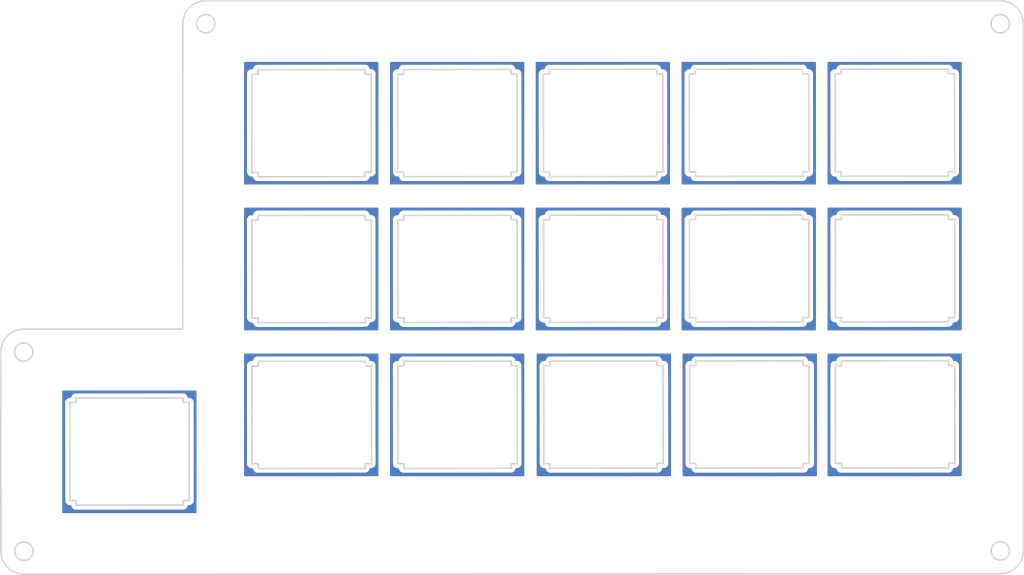
<source format=kicad_pcb>
(kicad_pcb (version 20171130) (host pcbnew "(5.1.4)-1")
  (layers (0 F.Cu signal) (31 B.Cu signal) (34 B.Paste user) (35 F.Paste user) (36 B.SilkS user) (37 F.SilkS user) (38 B.Mask user) (39 F.Mask user) (44 Edge.Cuts user))
  (net 0 "")
  (gr_circle (center 149.441086 53.048579) (end 150.641086 53.048579) (layer Edge.Cuts) (width 0.2))
  (gr_circle (center 45.659563 53.048579) (end 46.859563 53.048579) (layer Edge.Cuts) (width 0.2))
  (gr_circle (center 149.440632 121.897763) (end 150.640632 121.897763) (layer Edge.Cuts) (width 0.2))
  (gr_circle (center 21.906629 121.945135) (end 23.106629 121.945135) (layer Edge.Cuts) (width 0.2))
  (gr_circle (center 21.881825 95.934335) (end 23.081825 95.934335) (layer Edge.Cuts) (width 0.2))
  (gr_arc (start 45.659563 53.048579) (end 45.659563 50.048579) (angle -89.97986978) (layer Edge.Cuts) (width 0.2))
  (gr_arc (start 149.441086 53.048579) (end 152.441086 53.048599) (angle -90.00037828) (layer Edge.Cuts) (width 0.2))
  (gr_arc (start 149.440632 121.897763) (end 149.441746 124.897763) (angle -89.97833971) (layer Edge.Cuts) (width 0.2))
  (gr_arc (start 21.906629 121.945135) (end 18.906631 121.947995) (angle -89.96664503) (layer Edge.Cuts) (width 0.2))
  (gr_arc (start 21.881825 95.934335) (end 21.881825 92.934335) (angle -90.05463698) (layer Edge.Cuts) (width 0.2))
  (gr_line (start 18.881827 95.937196) (end 18.906631 121.947995) (layer Edge.Cuts) (width 0.2))
  (gr_line (start 21.907744 124.945134) (end 149.441746 124.897763) (layer Edge.Cuts) (width 0.2))
  (gr_line (start 152.441086 53.048599) (end 152.440632 121.897783) (layer Edge.Cuts) (width 0.2))
  (gr_line (start 45.659563 50.048579) (end 149.441086 50.048579) (layer Edge.Cuts) (width 0.2))
  (gr_line (start 42.64555 92.934335) (end 42.659563 53.047525) (layer Edge.Cuts) (width 0.2))
  (gr_line (start 21.881825 92.934335) (end 42.64555 92.934335) (layer Edge.Cuts) (width 0.2))
  (gr_line (start 142.661526 58.967541) (end 142.662729 59.566627) (layer Edge.Cuts) (width 0.2))
  (gr_line (start 128.661982 58.979392) (end 142.661526 58.967541) (layer Edge.Cuts) (width 0.2))
  (gr_line (start 128.662721 59.580216) (end 128.661982 58.979392) (layer Edge.Cuts) (width 0.2))
  (gr_line (start 127.862466 59.580496) (end 128.662721 59.580216) (layer Edge.Cuts) (width 0.2))
  (gr_line (start 127.874022 72.380156) (end 127.862466 59.580496) (layer Edge.Cuts) (width 0.2))
  (gr_line (start 128.674103 72.380141) (end 127.874022 72.380156) (layer Edge.Cuts) (width 0.2))
  (gr_line (start 128.675404 72.979252) (end 128.674103 72.380141) (layer Edge.Cuts) (width 0.2))
  (gr_line (start 142.674825 72.967472) (end 128.675404 72.979252) (layer Edge.Cuts) (width 0.2))
  (gr_line (start 142.674112 72.366551) (end 142.674825 72.967472) (layer Edge.Cuts) (width 0.2))
  (gr_line (start 143.474367 72.366271) (end 142.674112 72.366551) (layer Edge.Cuts) (width 0.2))
  (gr_line (start 143.462985 59.566347) (end 143.474367 72.366271) (layer Edge.Cuts) (width 0.2))
  (gr_line (start 142.662729 59.566627) (end 143.462985 59.566347) (layer Edge.Cuts) (width 0.2))
  (gr_line (start 123.613164 58.983462) (end 123.612648 59.583951) (layer Edge.Cuts) (width 0.2))
  (gr_line (start 109.613085 58.996929) (end 123.613164 58.983462) (layer Edge.Cuts) (width 0.2))
  (gr_line (start 109.613104 59.595802) (end 109.613085 58.996929) (layer Edge.Cuts) (width 0.2))
  (gr_line (start 108.812681 59.597486) (end 109.613104 59.595802) (layer Edge.Cuts) (width 0.2))
  (gr_line (start 108.823773 72.397333) (end 108.812681 59.597486) (layer Edge.Cuts) (width 0.2))
  (gr_line (start 109.624221 72.397105) (end 108.823773 72.397333) (layer Edge.Cuts) (width 0.2))
  (gr_line (start 109.625225 72.996551) (end 109.624221 72.397105) (layer Edge.Cuts) (width 0.2))
  (gr_line (start 123.624847 72.984411) (end 109.625225 72.996551) (layer Edge.Cuts) (width 0.2))
  (gr_line (start 123.62403 72.383876) (end 123.624847 72.984411) (layer Edge.Cuts) (width 0.2))
  (gr_line (start 124.424285 72.383596) (end 123.62403 72.383876) (layer Edge.Cuts) (width 0.2))
  (gr_line (start 124.412806 59.583646) (end 124.424285 72.383596) (layer Edge.Cuts) (width 0.2))
  (gr_line (start 123.612648 59.583951) (end 124.412806 59.583646) (layer Edge.Cuts) (width 0.2))
  (gr_line (start 104.562625 59.002114) (end 104.562669 59.60089) (layer Edge.Cuts) (width 0.2))
  (gr_line (start 90.563081 59.013964) (end 104.562625 59.002114) (layer Edge.Cuts) (width 0.2))
  (gr_line (start 90.562661 59.614479) (end 90.563081 59.013964) (layer Edge.Cuts) (width 0.2))
  (gr_line (start 89.762213 59.614707) (end 90.562661 59.614479) (layer Edge.Cuts) (width 0.2))
  (gr_line (start 89.773691 72.414658) (end 89.762213 59.614707) (layer Edge.Cuts) (width 0.2))
  (gr_line (start 90.57385 72.414352) (end 89.773691 72.414658) (layer Edge.Cuts) (width 0.2))
  (gr_line (start 90.575247 73.013489) (end 90.57385 72.414352) (layer Edge.Cuts) (width 0.2))
  (gr_line (start 104.574765 73.001735) (end 90.575247 73.013489) (layer Edge.Cuts) (width 0.2))
  (gr_line (start 104.573858 72.400763) (end 104.574765 73.001735) (layer Edge.Cuts) (width 0.2))
  (gr_line (start 105.37421 72.400509) (end 104.573858 72.400763) (layer Edge.Cuts) (width 0.2))
  (gr_line (start 105.362731 59.600558) (end 105.37421 72.400509) (layer Edge.Cuts) (width 0.2))
  (gr_line (start 104.562669 59.60089) (end 105.362731 59.600558) (layer Edge.Cuts) (width 0.2))
  (gr_line (start 85.513008 59.0177) (end 85.512588 59.618215) (layer Edge.Cuts) (width 0.2))
  (gr_line (start 71.513025 59.031192) (end 85.513008 59.0177) (layer Edge.Cuts) (width 0.2))
  (gr_line (start 71.513044 59.630065) (end 71.513025 59.031192) (layer Edge.Cuts) (width 0.2))
  (gr_line (start 70.712595 59.630293) (end 71.513044 59.630065) (layer Edge.Cuts) (width 0.2))
  (gr_line (start 70.72381 72.431622) (end 70.712595 59.630293) (layer Edge.Cuts) (width 0.2))
  (gr_line (start 71.524233 72.429938) (end 70.72381 72.431622) (layer Edge.Cuts) (width 0.2))
  (gr_line (start 71.525165 73.030814) (end 71.524233 72.429938) (layer Edge.Cuts) (width 0.2))
  (gr_line (start 85.525148 73.017321) (end 71.525165 73.030814) (layer Edge.Cuts) (width 0.2))
  (gr_line (start 85.523777 72.418087) (end 85.525148 73.017321) (layer Edge.Cuts) (width 0.2))
  (gr_line (start 86.324225 72.417859) (end 85.523777 72.418087) (layer Edge.Cuts) (width 0.2))
  (gr_line (start 86.31265 59.617883) (end 86.324225 72.417859) (layer Edge.Cuts) (width 0.2))
  (gr_line (start 85.512588 59.618215) (end 86.31265 59.617883) (layer Edge.Cuts) (width 0.2))
  (gr_line (start 142.678657 78.017571) (end 142.679861 78.616657) (layer Edge.Cuts) (width 0.2))
  (gr_line (start 128.679113 78.029422) (end 142.678657 78.017571) (layer Edge.Cuts) (width 0.2))
  (gr_line (start 128.679853 78.630246) (end 128.679113 78.029422) (layer Edge.Cuts) (width 0.2))
  (gr_line (start 127.879694 78.630552) (end 128.679853 78.630246) (layer Edge.Cuts) (width 0.2))
  (gr_line (start 127.891076 91.430476) (end 127.879694 78.630552) (layer Edge.Cuts) (width 0.2))
  (gr_line (start 128.691235 91.430171) (end 127.891076 91.430476) (layer Edge.Cuts) (width 0.2))
  (gr_line (start 128.691183 92.028921) (end 128.691235 91.430171) (layer Edge.Cuts) (width 0.2))
  (gr_line (start 142.692024 92.01752) (end 128.691183 92.028921) (layer Edge.Cuts) (width 0.2))
  (gr_line (start 142.691291 91.416594) (end 142.692024 92.01752) (layer Edge.Cuts) (width 0.2))
  (gr_line (start 143.491527 91.416309) (end 142.691291 91.416594) (layer Edge.Cuts) (width 0.2))
  (gr_line (start 143.480155 78.616387) (end 143.491527 91.416309) (layer Edge.Cuts) (width 0.2))
  (gr_line (start 142.679861 78.616657) (end 143.480155 78.616387) (layer Edge.Cuts) (width 0.2))
  (gr_line (start 66.462565 59.036377) (end 66.462609 59.635153) (layer Edge.Cuts) (width 0.2))
  (gr_line (start 52.461862 59.047918) (end 66.462565 59.036377) (layer Edge.Cuts) (width 0.2))
  (gr_line (start 52.463252 59.647467) (end 52.461862 59.047918) (layer Edge.Cuts) (width 0.2))
  (gr_line (start 51.661766 59.648867) (end 52.463252 59.647467) (layer Edge.Cuts) (width 0.2))
  (gr_line (start 51.673342 72.448843) (end 51.661766 59.648867) (layer Edge.Cuts) (width 0.2))
  (gr_line (start 52.47379 72.448615) (end 51.673342 72.448843) (layer Edge.Cuts) (width 0.2))
  (gr_line (start 52.475187 73.047752) (end 52.47379 72.448615) (layer Edge.Cuts) (width 0.2))
  (gr_line (start 66.474705 73.035998) (end 52.475187 73.047752) (layer Edge.Cuts) (width 0.2))
  (gr_line (start 66.473798 72.435026) (end 66.474705 73.035998) (layer Edge.Cuts) (width 0.2))
  (gr_line (start 67.274247 72.434797) (end 66.473798 72.435026) (layer Edge.Cuts) (width 0.2))
  (gr_line (start 67.262929 59.633855) (end 67.274247 72.434797) (layer Edge.Cuts) (width 0.2))
  (gr_line (start 66.462609 59.635153) (end 67.262929 59.633855) (layer Edge.Cuts) (width 0.2))
  (gr_line (start 123.62904 78.033157) (end 123.629779 78.633982) (layer Edge.Cuts) (width 0.2))
  (gr_line (start 109.628961 78.046624) (end 123.62904 78.033157) (layer Edge.Cuts) (width 0.2))
  (gr_line (start 109.630429 78.645883) (end 109.628961 78.046624) (layer Edge.Cuts) (width 0.2))
  (gr_line (start 108.829619 78.647464) (end 109.630429 78.645883) (layer Edge.Cuts) (width 0.2))
  (gr_line (start 108.841098 91.447414) (end 108.829619 78.647464) (layer Edge.Cuts) (width 0.2))
  (gr_line (start 109.64116 91.447083) (end 108.841098 91.447414) (layer Edge.Cuts) (width 0.2))
  (gr_line (start 109.642189 92.047985) (end 109.64116 91.447083) (layer Edge.Cuts) (width 0.2))
  (gr_line (start 123.640626 92.034079) (end 109.642189 92.047985) (layer Edge.Cuts) (width 0.2))
  (gr_line (start 123.6408 91.435259) (end 123.640626 92.034079) (layer Edge.Cuts) (width 0.2))
  (gr_line (start 124.441417 91.433626) (end 123.6408 91.435259) (layer Edge.Cuts) (width 0.2))
  (gr_line (start 124.430034 78.633702) (end 124.441417 91.433626) (layer Edge.Cuts) (width 0.2))
  (gr_line (start 123.629779 78.633982) (end 124.430034 78.633702) (layer Edge.Cuts) (width 0.2))
  (gr_line (start 104.5785 78.051809) (end 104.579504 78.651255) (layer Edge.Cuts) (width 0.2))
  (gr_line (start 90.578982 78.063562) (end 104.5785 78.051809) (layer Edge.Cuts) (width 0.2))
  (gr_line (start 90.579599 78.664458) (end 90.578982 78.063562) (layer Edge.Cuts) (width 0.2))
  (gr_line (start 89.779537 78.664789) (end 90.579599 78.664458) (layer Edge.Cuts) (width 0.2))
  (gr_line (start 89.792369 91.4651) (end 89.779537 78.664789) (layer Edge.Cuts) (width 0.2))
  (gr_line (start 90.591175 91.464434) (end 89.792369 91.4651) (layer Edge.Cuts) (width 0.2))
  (gr_line (start 90.592185 92.063467) (end 90.591175 91.464434) (layer Edge.Cuts) (width 0.2))
  (gr_line (start 104.591703 92.051714) (end 90.592185 92.063467) (layer Edge.Cuts) (width 0.2))
  (gr_line (start 104.591086 91.450818) (end 104.591703 92.051714) (layer Edge.Cuts) (width 0.2))
  (gr_line (start 105.391245 91.450513) (end 104.591086 91.450818) (layer Edge.Cuts) (width 0.2))
  (gr_line (start 105.379953 78.651027) (end 105.391245 91.450513) (layer Edge.Cuts) (width 0.2))
  (gr_line (start 104.579504 78.651255) (end 105.379953 78.651027) (layer Edge.Cuts) (width 0.2))
  (gr_line (start 85.528806 78.067684) (end 85.530879 78.668554) (layer Edge.Cuts) (width 0.2))
  (gr_line (start 71.528997 78.080913) (end 85.528806 78.067684) (layer Edge.Cuts) (width 0.2))
  (gr_line (start 71.529905 78.680333) (end 71.528997 78.080913) (layer Edge.Cuts) (width 0.2))
  (gr_line (start 70.729817 78.680761) (end 71.529905 78.680333) (layer Edge.Cuts) (width 0.2))
  (gr_line (start 70.740748 91.4816) (end 70.729817 78.680761) (layer Edge.Cuts) (width 0.2))
  (gr_line (start 71.541557 91.480019) (end 70.740748 91.4816) (layer Edge.Cuts) (width 0.2))
  (gr_line (start 71.542104 92.080792) (end 71.541557 91.480019) (layer Edge.Cuts) (width 0.2))
  (gr_line (start 85.541725 92.068652) (end 71.542104 92.080792) (layer Edge.Cuts) (width 0.2))
  (gr_line (start 85.541005 91.468143) (end 85.541725 92.068652) (layer Edge.Cuts) (width 0.2))
  (gr_line (start 86.341163 91.467838) (end 85.541005 91.468143) (layer Edge.Cuts) (width 0.2))
  (gr_line (start 86.329974 78.667965) (end 86.341163 91.467838) (layer Edge.Cuts) (width 0.2))
  (gr_line (start 85.530879 78.668554) (end 86.329974 78.667965) (layer Edge.Cuts) (width 0.2))
  (gr_line (start 142.695827 97.067612) (end 142.696947 97.667089) (layer Edge.Cuts) (width 0.2))
  (gr_line (start 128.696367 97.079381) (end 142.695827 97.067612) (layer Edge.Cuts) (width 0.2))
  (gr_line (start 128.697081 97.680302) (end 128.696367 97.079381) (layer Edge.Cuts) (width 0.2))
  (gr_line (start 127.896825 97.680582) (end 128.697081 97.680302) (layer Edge.Cuts) (width 0.2))
  (gr_line (start 127.908233 110.48041) (end 127.896825 97.680582) (layer Edge.Cuts) (width 0.2))
  (gr_line (start 128.708489 110.48013) (end 127.908233 110.48041) (layer Edge.Cuts) (width 0.2))
  (gr_line (start 128.709615 111.079505) (end 128.708489 110.48013) (layer Edge.Cuts) (width 0.2))
  (gr_line (start 142.709191 111.067456) (end 128.709615 111.079505) (layer Edge.Cuts) (width 0.2))
  (gr_line (start 142.708442 110.466629) (end 142.709191 111.067456) (layer Edge.Cuts) (width 0.2))
  (gr_line (start 143.508668 110.466342) (end 142.708442 110.466629) (layer Edge.Cuts) (width 0.2))
  (gr_line (start 143.495876 97.666351) (end 143.508668 110.466342) (layer Edge.Cuts) (width 0.2))
  (gr_line (start 142.696947 97.667089) (end 143.495876 97.666351) (layer Edge.Cuts) (width 0.2))
  (gr_line (start 66.47844 78.086072) (end 66.479444 78.685518) (layer Edge.Cuts) (width 0.2))
  (gr_line (start 52.478916 78.098238) (end 66.47844 78.086072) (layer Edge.Cuts) (width 0.2))
  (gr_line (start 52.479539 78.698721) (end 52.478916 78.098238) (layer Edge.Cuts) (width 0.2))
  (gr_line (start 51.679477 78.699052) (end 52.479539 78.698721) (layer Edge.Cuts) (width 0.2))
  (gr_line (start 51.690666 91.498925) (end 51.679477 78.699052) (layer Edge.Cuts) (width 0.2))
  (gr_line (start 52.491115 91.498697) (end 51.690666 91.498925) (layer Edge.Cuts) (width 0.2))
  (gr_line (start 52.49217 92.097949) (end 52.491115 91.498697) (layer Edge.Cuts) (width 0.2))
  (gr_line (start 66.491643 92.085977) (end 52.49217 92.097949) (layer Edge.Cuts) (width 0.2))
  (gr_line (start 66.492372 91.485855) (end 66.491643 92.085977) (layer Edge.Cuts) (width 0.2))
  (gr_line (start 67.291082 91.485162) (end 66.492372 91.485855) (layer Edge.Cuts) (width 0.2))
  (gr_line (start 67.279893 78.68529) (end 67.291082 91.485162) (layer Edge.Cuts) (width 0.2))
  (gr_line (start 66.479444 78.685518) (end 67.279893 78.68529) (layer Edge.Cuts) (width 0.2))
  (gr_line (start 123.647447 97.083838) (end 123.646911 97.684012) (layer Edge.Cuts) (width 0.2))
  (gr_line (start 109.646285 97.096706) (end 123.647447 97.083838) (layer Edge.Cuts) (width 0.2))
  (gr_line (start 109.647289 97.696152) (end 109.646285 97.096706) (layer Edge.Cuts) (width 0.2))
  (gr_line (start 108.846944 97.697546) (end 109.647289 97.696152) (layer Edge.Cuts) (width 0.2))
  (gr_line (start 108.858081 110.497612) (end 108.846944 97.697546) (layer Edge.Cuts) (width 0.2))
  (gr_line (start 109.658362 110.497235) (end 108.858081 110.497612) (layer Edge.Cuts) (width 0.2))
  (gr_line (start 109.659224 111.097989) (end 109.658362 110.497235) (layer Edge.Cuts) (width 0.2))
  (gr_line (start 123.659084 111.084567) (end 109.659224 111.097989) (layer Edge.Cuts) (width 0.2))
  (gr_line (start 123.657932 110.485289) (end 123.659084 111.084567) (layer Edge.Cuts) (width 0.2))
  (gr_line (start 124.457196 110.483295) (end 123.657932 110.485289) (layer Edge.Cuts) (width 0.2))
  (gr_line (start 124.447166 97.683732) (end 124.457196 110.483295) (layer Edge.Cuts) (width 0.2))
  (gr_line (start 123.646911 97.684012) (end 124.447166 97.683732) (layer Edge.Cuts) (width 0.2))
  (gr_line (start 104.596888 97.102174) (end 104.596829 97.701336) (layer Edge.Cuts) (width 0.2))
  (gr_line (start 90.596204 97.11403) (end 104.596888 97.102174) (layer Edge.Cuts) (width 0.2))
  (gr_line (start 90.596924 97.714539) (end 90.596204 97.11403) (layer Edge.Cuts) (width 0.2))
  (gr_line (start 89.796862 97.714871) (end 90.596924 97.714539) (layer Edge.Cuts) (width 0.2))
  (gr_line (start 89.807954 110.514718) (end 89.796862 97.714871) (layer Edge.Cuts) (width 0.2))
  (gr_line (start 90.608403 110.514489) (end 89.807954 110.514718) (layer Edge.Cuts) (width 0.2))
  (gr_line (start 90.608106 111.113381) (end 90.608403 110.514489) (layer Edge.Cuts) (width 0.2))
  (gr_line (start 104.609028 111.101795) (end 90.608106 111.113381) (layer Edge.Cuts) (width 0.2))
  (gr_line (start 104.60836 110.501093) (end 104.609028 111.101795) (layer Edge.Cuts) (width 0.2))
  (gr_line (start 105.408422 110.500762) (end 104.60836 110.501093) (layer Edge.Cuts) (width 0.2))
  (gr_line (start 105.396917 97.700908) (end 105.408422 110.500762) (layer Edge.Cuts) (width 0.2))
  (gr_line (start 104.596829 97.701336) (end 105.396917 97.700908) (layer Edge.Cuts) (width 0.2))
  (gr_line (start 85.547193 97.118049) (end 85.546851 97.718275) (layer Edge.Cuts) (width 0.2))
  (gr_line (start 71.54591 97.130988) (end 85.547193 97.118049) (layer Edge.Cuts) (width 0.2))
  (gr_line (start 71.547229 97.730415) (end 71.54591 97.130988) (layer Edge.Cuts) (width 0.2))
  (gr_line (start 70.746446 97.731899) (end 71.547229 97.730415) (layer Edge.Cuts) (width 0.2))
  (gr_line (start 70.758021 110.531875) (end 70.746446 97.731899) (layer Edge.Cuts) (width 0.2))
  (gr_line (start 71.558444 110.530191) (end 70.758021 110.531875) (layer Edge.Cuts) (width 0.2))
  (gr_line (start 71.55805 111.130609) (end 71.558444 110.530191) (layer Edge.Cuts) (width 0.2))
  (gr_line (start 85.558998 111.118927) (end 71.55805 111.130609) (layer Edge.Cuts) (width 0.2))
  (gr_line (start 85.55804 110.518147) (end 85.558998 111.118927) (layer Edge.Cuts) (width 0.2))
  (gr_line (start 86.358823 110.516663) (end 85.55804 110.518147) (layer Edge.Cuts) (width 0.2))
  (gr_line (start 86.348265 97.718304) (end 86.358823 110.516663) (layer Edge.Cuts) (width 0.2))
  (gr_line (start 85.546851 97.718275) (end 86.348265 97.718304) (layer Edge.Cuts) (width 0.2))
  (gr_line (start 66.496828 97.136437) (end 66.496795 97.735503) (layer Edge.Cuts) (width 0.2))
  (gr_line (start 52.49588 97.148119) (end 66.496828 97.136437) (layer Edge.Cuts) (width 0.2))
  (gr_line (start 52.496864 97.748802) (end 52.49588 97.148119) (layer Edge.Cuts) (width 0.2))
  (gr_line (start 51.69639 97.749127) (end 52.496864 97.748802) (layer Edge.Cuts) (width 0.2))
  (gr_line (start 51.707991 110.549006) (end 51.69639 97.749127) (layer Edge.Cuts) (width 0.2))
  (gr_line (start 52.508053 110.548675) (end 51.707991 110.549006) (layer Edge.Cuts) (width 0.2))
  (gr_line (start 52.50802 111.147741) (end 52.508053 110.548675) (layer Edge.Cuts) (width 0.2))
  (gr_line (start 66.508968 111.136058) (end 52.50802 111.147741) (layer Edge.Cuts) (width 0.2))
  (gr_line (start 66.507984 110.535375) (end 66.508968 111.136058) (layer Edge.Cuts) (width 0.2))
  (gr_line (start 67.308458 110.535051) (end 66.507984 110.535375) (layer Edge.Cuts) (width 0.2))
  (gr_line (start 67.296857 97.735171) (end 67.308458 110.535051) (layer Edge.Cuts) (width 0.2))
  (gr_line (start 66.496795 97.735503) (end 67.296857 97.735171) (layer Edge.Cuts) (width 0.2))
  (gr_line (start 42.687255 101.918998) (end 42.689302 102.519964) (layer Edge.Cuts) (width 0.2))
  (gr_line (start 28.687369 101.930964) (end 42.687255 101.918998) (layer Edge.Cuts) (width 0.2))
  (gr_line (start 28.68845 102.531673) (end 28.687369 101.930964) (layer Edge.Cuts) (width 0.2))
  (gr_line (start 27.888292 102.531978) (end 28.68845 102.531673) (layer Edge.Cuts) (width 0.2))
  (gr_line (start 27.900833 115.332212) (end 27.888292 102.531978) (layer Edge.Cuts) (width 0.2))
  (gr_line (start 28.701 115.331877) (end 27.900833 115.332212) (layer Edge.Cuts) (width 0.2))
  (gr_line (start 28.70145 115.931072) (end 28.701 115.331877) (layer Edge.Cuts) (width 0.2))
  (gr_line (start 42.700559 115.918909) (end 28.70145 115.931072) (layer Edge.Cuts) (width 0.2))
  (gr_line (start 42.700938 115.318549) (end 42.700559 115.918909) (layer Edge.Cuts) (width 0.2))
  (gr_line (start 43.500031 115.317969) (end 42.700938 115.318549) (layer Edge.Cuts) (width 0.2))
  (gr_line (start 43.48883 102.518145) (end 43.500031 115.317969) (layer Edge.Cuts) (width 0.2))
  (gr_line (start 42.689302 102.519964) (end 43.48883 102.518145) (layer Edge.Cuts) (width 0.2))
  (zone (net 0) (net_name "") (layer F.Cu) (connect_pads (clearance 0.508)) (min_thickness 0.254) (fill yes (arc_segments 32) (thermal_gap 0.508) (thermal_bridge_width 0.508))
    (polygon (pts (xy 26.924 100.965) (xy 44.45 100.965) (xy 44.45 116.967) (xy 26.924 116.967)))
  )
  (zone (net 0) (net_name "") (layer F.Cu) (connect_pads (clearance 0.508)) (min_thickness 0.254) (fill yes (arc_segments 32) (thermal_gap 0.508) (thermal_bridge_width 0.508))
    (polygon (pts (xy 50.673 96.139) (xy 68.199 96.139) (xy 68.199 112.141) (xy 50.673 112.141)))
  )
  (zone (net 0) (net_name "") (layer F.Cu) (connect_pads (clearance 0.508)) (min_thickness 0.254) (fill yes (arc_segments 32) (thermal_gap 0.508) (thermal_bridge_width 0.508))
    (polygon (pts (xy 69.723 96.139) (xy 87.249 96.139) (xy 87.249 112.141) (xy 69.723 112.141)))
  )
  (zone (net 0) (net_name "") (layer F.Cu) (connect_pads (clearance 0.508)) (min_thickness 0.254) (fill yes (arc_segments 32) (thermal_gap 0.508) (thermal_bridge_width 0.508))
    (polygon (pts (xy 88.9 96.139) (xy 106.426 96.139) (xy 106.426 112.141) (xy 88.9 112.141)))
  )
  (zone (net 0) (net_name "") (layer F.Cu) (connect_pads (clearance 0.508)) (min_thickness 0.254) (fill yes (arc_segments 32) (thermal_gap 0.508) (thermal_bridge_width 0.508))
    (polygon (pts (xy 107.95 96.139) (xy 125.476 96.139) (xy 125.476 112.141) (xy 107.95 112.141)))
  )
  (zone (net 0) (net_name "") (layer F.Cu) (connect_pads (clearance 0.508)) (min_thickness 0.254) (fill yes (arc_segments 32) (thermal_gap 0.508) (thermal_bridge_width 0.508))
    (polygon (pts (xy 126.873 96.139) (xy 144.399 96.139) (xy 144.399 112.141) (xy 126.873 112.141)))
  )
  (zone (net 0) (net_name "") (layer F.Cu) (connect_pads (clearance 0.508)) (min_thickness 0.254) (fill yes (arc_segments 32) (thermal_gap 0.508) (thermal_bridge_width 0.508))
    (polygon (pts (xy 126.873 77.089) (xy 144.399 77.089) (xy 144.399 93.091) (xy 126.873 93.091)))
  )
  (zone (net 0) (net_name "") (layer F.Cu) (connect_pads (clearance 0.508)) (min_thickness 0.254) (fill yes (arc_segments 32) (thermal_gap 0.508) (thermal_bridge_width 0.508))
    (polygon (pts (xy 107.823 77.089) (xy 125.349 77.089) (xy 125.349 93.091) (xy 107.823 93.091)))
  )
  (zone (net 0) (net_name "") (layer F.Cu) (connect_pads (clearance 0.508)) (min_thickness 0.254) (fill yes (arc_segments 32) (thermal_gap 0.508) (thermal_bridge_width 0.508))
    (polygon (pts (xy 88.773 77.089) (xy 106.299 77.089) (xy 106.299 93.091) (xy 88.773 93.091)))
  )
  (zone (net 0) (net_name "") (layer F.Cu) (connect_pads (clearance 0.508)) (min_thickness 0.254) (fill yes (arc_segments 32) (thermal_gap 0.508) (thermal_bridge_width 0.508))
    (polygon (pts (xy 69.723 77.089) (xy 87.249 77.089) (xy 87.249 93.091) (xy 69.723 93.091)))
  )
  (zone (net 0) (net_name "") (layer F.Cu) (connect_pads (clearance 0.508)) (min_thickness 0.254) (fill yes (arc_segments 32) (thermal_gap 0.508) (thermal_bridge_width 0.508))
    (polygon (pts (xy 50.673 77.089) (xy 68.199 77.089) (xy 68.199 93.091) (xy 50.673 93.091)))
  )
  (zone (net 0) (net_name "") (layer F.Cu) (connect_pads (clearance 0.508)) (min_thickness 0.254) (fill yes (arc_segments 32) (thermal_gap 0.508) (thermal_bridge_width 0.508))
    (polygon (pts (xy 50.673 58.039) (xy 68.199 58.039) (xy 68.199 74.041) (xy 50.673 74.041)))
  )
  (zone (net 0) (net_name "") (layer F.Cu) (connect_pads (clearance 0.508)) (min_thickness 0.254) (fill yes (arc_segments 32) (thermal_gap 0.508) (thermal_bridge_width 0.508))
    (polygon (pts (xy 69.723 58.039) (xy 87.249 58.039) (xy 87.249 74.041) (xy 69.723 74.041)))
  )
  (zone (net 0) (net_name "") (layer F.Cu) (connect_pads (clearance 0.508)) (min_thickness 0.254) (fill yes (arc_segments 32) (thermal_gap 0.508) (thermal_bridge_width 0.508))
    (polygon (pts (xy 88.773 58.039) (xy 106.299 58.039) (xy 106.299 74.041) (xy 88.773 74.041)))
  )
  (zone (net 0) (net_name "") (layer F.Cu) (connect_pads (clearance 0.508)) (min_thickness 0.254) (fill yes (arc_segments 32) (thermal_gap 0.508) (thermal_bridge_width 0.508))
    (polygon (pts (xy 107.823 58.039) (xy 125.349 58.039) (xy 125.349 74.041) (xy 107.823 74.041)))
  )
  (zone (net 0) (net_name "") (layer F.Cu) (connect_pads (clearance 0.508)) (min_thickness 0.254) (fill yes (arc_segments 32) (thermal_gap 0.508) (thermal_bridge_width 0.508))
    (polygon (pts (xy 126.873 58.039) (xy 144.399 58.039) (xy 144.399 74.041) (xy 126.873 74.041)))
  )
  (zone (net 0) (net_name "") (layer B.Cu) (connect_pads (clearance 0.508)) (min_thickness 0.254) (fill yes (arc_segments 32) (thermal_gap 0.508) (thermal_bridge_width 0.508))
    (polygon (pts (xy 44.45 100.965) (xy 26.924 100.965) (xy 26.924 116.967) (xy 44.45 116.967)))
  )
  (zone (net 0) (net_name "") (layer B.Cu) (connect_pads (clearance 0.508)) (min_thickness 0.254) (fill yes (arc_segments 32) (thermal_gap 0.508) (thermal_bridge_width 0.508))
    (polygon (pts (xy 68.199 96.139) (xy 50.673 96.139) (xy 50.673 112.141) (xy 68.199 112.141)))
  )
  (zone (net 0) (net_name "") (layer B.Cu) (connect_pads (clearance 0.508)) (min_thickness 0.254) (fill yes (arc_segments 32) (thermal_gap 0.508) (thermal_bridge_width 0.508))
    (polygon (pts (xy 87.249 96.139) (xy 69.723 96.139) (xy 69.723 112.141) (xy 87.249 112.141)))
  )
  (zone (net 0) (net_name "") (layer B.Cu) (connect_pads (clearance 0.508)) (min_thickness 0.254) (fill yes (arc_segments 32) (thermal_gap 0.508) (thermal_bridge_width 0.508))
    (polygon (pts (xy 106.426 96.139) (xy 88.9 96.139) (xy 88.9 112.141) (xy 106.426 112.141)))
  )
  (zone (net 0) (net_name "") (layer B.Cu) (connect_pads (clearance 0.508)) (min_thickness 0.254) (fill yes (arc_segments 32) (thermal_gap 0.508) (thermal_bridge_width 0.508))
    (polygon (pts (xy 125.476 96.139) (xy 107.95 96.139) (xy 107.95 112.141) (xy 125.476 112.141)))
  )
  (zone (net 0) (net_name "") (layer B.Cu) (connect_pads (clearance 0.508)) (min_thickness 0.254) (fill yes (arc_segments 32) (thermal_gap 0.508) (thermal_bridge_width 0.508))
    (polygon (pts (xy 144.399 96.139) (xy 126.873 96.139) (xy 126.873 112.141) (xy 144.399 112.141)))
  )
  (zone (net 0) (net_name "") (layer B.Cu) (connect_pads (clearance 0.508)) (min_thickness 0.254) (fill yes (arc_segments 32) (thermal_gap 0.508) (thermal_bridge_width 0.508))
    (polygon (pts (xy 144.399 77.089) (xy 126.873 77.089) (xy 126.873 93.091) (xy 144.399 93.091)))
  )
  (zone (net 0) (net_name "") (layer B.Cu) (connect_pads (clearance 0.508)) (min_thickness 0.254) (fill yes (arc_segments 32) (thermal_gap 0.508) (thermal_bridge_width 0.508))
    (polygon (pts (xy 125.349 77.089) (xy 107.823 77.089) (xy 107.823 93.091) (xy 125.349 93.091)))
  )
  (zone (net 0) (net_name "") (layer B.Cu) (connect_pads (clearance 0.508)) (min_thickness 0.254) (fill yes (arc_segments 32) (thermal_gap 0.508) (thermal_bridge_width 0.508))
    (polygon (pts (xy 106.299 77.089) (xy 88.773 77.089) (xy 88.773 93.091) (xy 106.299 93.091)))
  )
  (zone (net 0) (net_name "") (layer B.Cu) (connect_pads (clearance 0.508)) (min_thickness 0.254) (fill yes (arc_segments 32) (thermal_gap 0.508) (thermal_bridge_width 0.508))
    (polygon (pts (xy 87.249 77.089) (xy 69.723 77.089) (xy 69.723 93.091) (xy 87.249 93.091)))
  )
  (zone (net 0) (net_name "") (layer B.Cu) (connect_pads (clearance 0.508)) (min_thickness 0.254) (fill yes (arc_segments 32) (thermal_gap 0.508) (thermal_bridge_width 0.508))
    (polygon (pts (xy 68.199 77.089) (xy 50.673 77.089) (xy 50.673 93.091) (xy 68.199 93.091)))
  )
  (zone (net 0) (net_name "") (layer B.Cu) (connect_pads (clearance 0.508)) (min_thickness 0.254) (fill yes (arc_segments 32) (thermal_gap 0.508) (thermal_bridge_width 0.508))
    (polygon (pts (xy 68.199 58.039) (xy 50.673 58.039) (xy 50.673 74.041) (xy 68.199 74.041)))
  )
  (zone (net 0) (net_name "") (layer B.Cu) (connect_pads (clearance 0.508)) (min_thickness 0.254) (fill yes (arc_segments 32) (thermal_gap 0.508) (thermal_bridge_width 0.508))
    (polygon (pts (xy 87.249 58.039) (xy 69.723 58.039) (xy 69.723 74.041) (xy 87.249 74.041)))
  )
  (zone (net 0) (net_name "") (layer B.Cu) (connect_pads (clearance 0.508)) (min_thickness 0.254) (fill yes (arc_segments 32) (thermal_gap 0.508) (thermal_bridge_width 0.508))
    (polygon (pts (xy 106.299 58.039) (xy 88.773 58.039) (xy 88.773 74.041) (xy 106.299 74.041)))
  )
  (zone (net 0) (net_name "") (layer B.Cu) (connect_pads (clearance 0.508)) (min_thickness 0.254) (fill yes (arc_segments 32) (thermal_gap 0.508) (thermal_bridge_width 0.508))
    (polygon (pts (xy 125.349 58.039) (xy 107.823 58.039) (xy 107.823 74.041) (xy 125.349 74.041)))
  )
  (zone (net 0) (net_name "") (layer B.Cu) (connect_pads (clearance 0.508)) (min_thickness 0.254) (fill yes (arc_segments 32) (thermal_gap 0.508) (thermal_bridge_width 0.508))
    (polygon (pts (xy 144.399 58.039) (xy 126.873 58.039) (xy 126.873 74.041) (xy 144.399 74.041)))
  )
)
</source>
